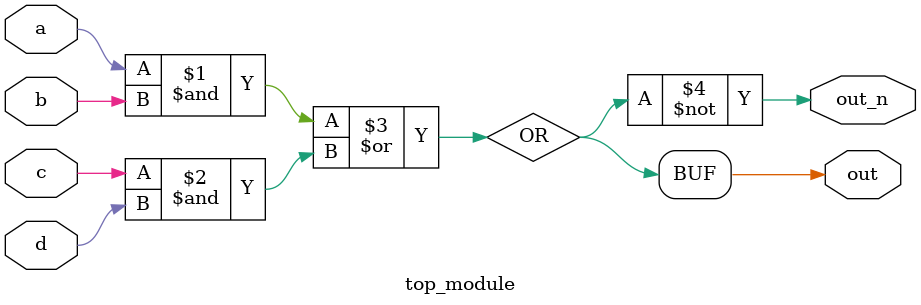
<source format=v>
`default_nettype none
module top_module(
    input a,
    input b,
    input c,
    input d,
    output out,
    output out_n   ); 
    wire OR ; 
    assign OR = (a & b ) | (c & d) ;
    assign out = OR ;
    assign out_n = ~ OR ;

endmodule

</source>
